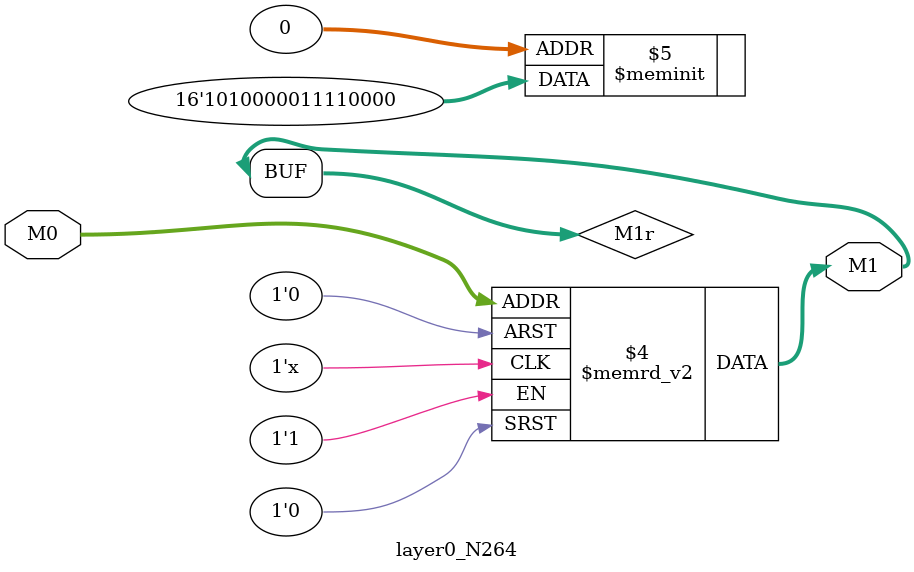
<source format=v>
module layer0_N264 ( input [2:0] M0, output [1:0] M1 );

	(*rom_style = "distributed" *) reg [1:0] M1r;
	assign M1 = M1r;
	always @ (M0) begin
		case (M0)
			3'b000: M1r = 2'b00;
			3'b100: M1r = 2'b00;
			3'b010: M1r = 2'b11;
			3'b110: M1r = 2'b10;
			3'b001: M1r = 2'b00;
			3'b101: M1r = 2'b00;
			3'b011: M1r = 2'b11;
			3'b111: M1r = 2'b10;

		endcase
	end
endmodule

</source>
